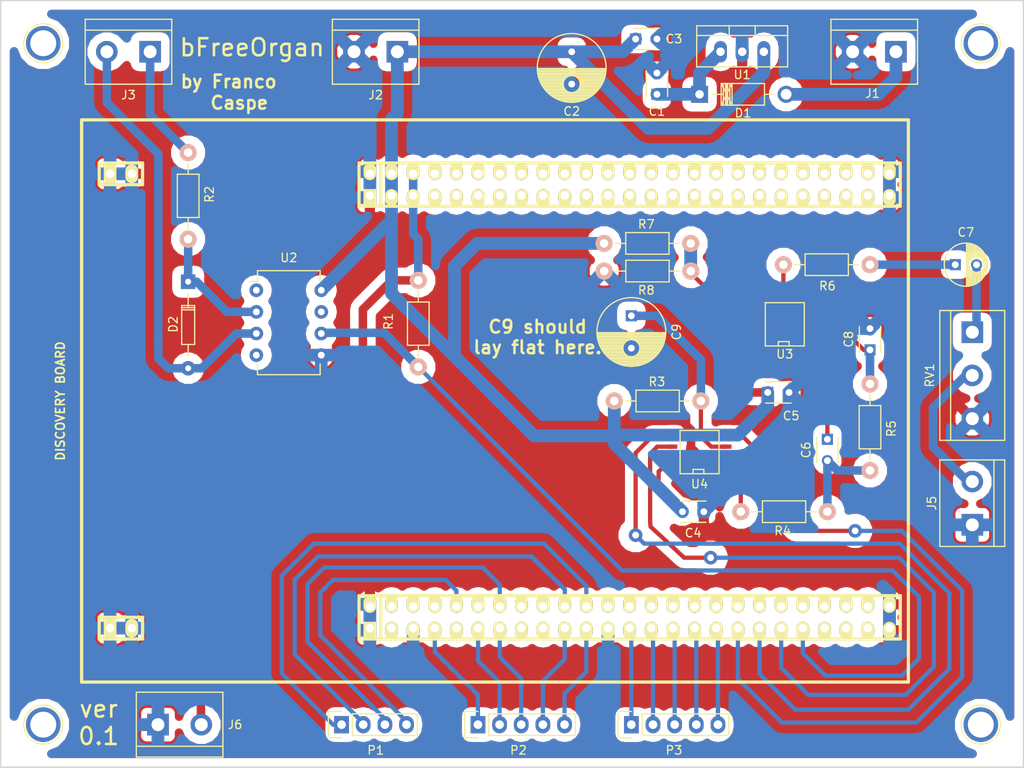
<source format=kicad_pcb>
(kicad_pcb (version 4) (host pcbnew 4.0.5+dfsg1-4)
  (layers (0 F.Cu signal) (31 B.Cu signal) (34 B.Paste user) (35 F.Paste user) (36 B.SilkS user) (37 F.SilkS user) (38 B.Mask user) (39 F.Mask user) (44 Edge.Cuts user))
  (net 0 "")
  (net 1 "Net-(C1-Pad1)")
  (net 2 GND)
  (net 3 +5V)
  (net 4 "Net-(C6-Pad1)")
  (net 5 "Net-(C6-Pad2)")
  (net 6 "Net-(C7-Pad1)")
  (net 7 "Net-(C7-Pad2)")
  (net 8 "Net-(C8-Pad1)")
  (net 9 "Net-(C9-Pad1)")
  (net 10 "Net-(D1-Pad2)")
  (net 11 "Net-(D2-Pad2)")
  (net 12 "Net-(D2-Pad1)")
  (net 13 "Net-(J3-Pad1)")
  (net 14 "Net-(J5-Pad2)")
  (net 15 +3V)
  (net 16 "Net-(JDISCOVERY1-Pad53)")
  (net 17 "Net-(JDISCOVERY1-Pad55)")
  (net 18 "Net-(JDISCOVERY1-Pad57)")
  (net 19 "Net-(JDISCOVERY1-Pad59)")
  (net 20 "Net-(JDISCOVERY1-Pad61)")
  (net 21 "Net-(JDISCOVERY1-Pad63)")
  (net 22 "Net-(JDISCOVERY1-Pad65)")
  (net 23 "Net-(JDISCOVERY1-Pad67)")
  (net 24 "Net-(JDISCOVERY1-Pad69)")
  (net 25 "Net-(JDISCOVERY1-Pad71)")
  (net 26 "Net-(JDISCOVERY1-Pad73)")
  (net 27 "Net-(JDISCOVERY1-Pad75)")
  (net 28 "Net-(JDISCOVERY1-Pad77)")
  (net 29 "Net-(JDISCOVERY1-Pad79)")
  (net 30 "Net-(JDISCOVERY1-Pad81)")
  (net 31 "Net-(JDISCOVERY1-Pad83)")
  (net 32 "Net-(JDISCOVERY1-Pad85)")
  (net 33 "Net-(JDISCOVERY1-Pad87)")
  (net 34 "Net-(JDISCOVERY1-Pad89)")
  (net 35 "Net-(JDISCOVERY1-Pad91)")
  (net 36 "Net-(JDISCOVERY1-Pad93)")
  (net 37 "Net-(JDISCOVERY1-Pad94)")
  (net 38 "Net-(JDISCOVERY1-Pad92)")
  (net 39 "Net-(JDISCOVERY1-Pad90)")
  (net 40 "Net-(JDISCOVERY1-Pad88)")
  (net 41 "Net-(JDISCOVERY1-Pad86)")
  (net 42 "Net-(JDISCOVERY1-Pad84)")
  (net 43 "Net-(JDISCOVERY1-Pad82)")
  (net 44 "Net-(JDISCOVERY1-Pad80)")
  (net 45 "Net-(JDISCOVERY1-Pad78)")
  (net 46 "Net-(JDISCOVERY1-Pad76)")
  (net 47 "Net-(JDISCOVERY1-Pad74)")
  (net 48 "Net-(JDISCOVERY1-Pad72)")
  (net 49 "Net-(JDISCOVERY1-Pad70)")
  (net 50 "Net-(JDISCOVERY1-Pad68)")
  (net 51 "Net-(JDISCOVERY1-Pad66)")
  (net 52 "Net-(JDISCOVERY1-Pad64)")
  (net 53 "Net-(JDISCOVERY1-Pad62)")
  (net 54 "Net-(JDISCOVERY1-Pad60)")
  (net 55 "Net-(JDISCOVERY1-Pad58)")
  (net 56 "Net-(JDISCOVERY1-Pad56)")
  (net 57 "Net-(JDISCOVERY1-Pad54)")
  (net 58 "Net-(JDISCOVERY1-Pad48)")
  (net 59 "Net-(JDISCOVERY1-Pad46)")
  (net 60 "Net-(JDISCOVERY1-Pad44)")
  (net 61 "Net-(JDISCOVERY1-Pad42)")
  (net 62 "Net-(JDISCOVERY1-Pad40)")
  (net 63 "Net-(JDISCOVERY1-Pad38)")
  (net 64 "Net-(JDISCOVERY1-Pad36)")
  (net 65 "Net-(JDISCOVERY1-Pad34)")
  (net 66 "Net-(JDISCOVERY1-Pad32)")
  (net 67 "Net-(JDISCOVERY1-Pad30)")
  (net 68 "Net-(JDISCOVERY1-Pad28)")
  (net 69 "Net-(JDISCOVERY1-Pad26)")
  (net 70 "Net-(JDISCOVERY1-Pad24)")
  (net 71 /D16-PB0)
  (net 72 /DX-PC4)
  (net 73 "Net-(JDISCOVERY1-Pad18)")
  (net 74 "Net-(JDISCOVERY1-Pad16)")
  (net 75 /D5_1/3-PA2)
  (net 76 "Net-(JDISCOVERY1-Pad12)")
  (net 77 /D4-PC2)
  (net 78 "Net-(JDISCOVERY1-Pad8)")
  (net 79 "Net-(JDISCOVERY1-Pad6)")
  (net 80 "Net-(JDISCOVERY1-Pad4)")
  (net 81 "Net-(JDISCOVERY1-Pad3)")
  (net 82 /D2_2/3-PC1)
  (net 83 "Net-(JDISCOVERY1-Pad9)")
  (net 84 /D1_3/5-PA1)
  (net 85 /D1_1/3-PA3)
  (net 86 "Net-(JDISCOVERY1-Pad15)")
  (net 87 "Net-(JDISCOVERY1-Pad17)")
  (net 88 /DX-PC5)
  (net 89 /D1-PB1)
  (net 90 /REMOTE1)
  (net 91 /REMOTE2)
  (net 92 /REMOTE3)
  (net 93 /REMOTE4)
  (net 94 /REMOTE5)
  (net 95 /SPI_NSS)
  (net 96 /SPI_CLK)
  (net 97 /SPI_MOSI)
  (net 98 /MIDI_IN)
  (net 99 "Net-(JDISCOVERY1-Pad43)")
  (net 100 "Net-(JDISCOVERY1-Pad45)")
  (net 101 "Net-(JDISCOVERY1-Pad47)")
  (net 102 "Net-(R4-Pad2)")
  (net 103 "Net-(U2-Pad7)")
  (net 104 "Net-(U3-Pad6)")
  (net 105 "Net-(R7-Pad2)")
  (module w_conn_misc:stm32f4_discovery_header (layer F.Cu) (at 143 88 180)
    (fp_text reference "DISCOVERY BOARD" (at 51 0 270) (layer F.SilkS) (effects (font (size 1.016 1.016) (thickness 0.2032))))
    (fp_text value STM32F4_Discovery_Header hide)
    (pad 51 thru_hole rect (at 45.16 26.67 180) (size 1.5 2.2) (drill 1.00076) (layers *.Cu *.Mask F.SilkS) (net 2 GND))
    (pad 52 thru_hole oval (at 42.62 26.67 180) (size 1.5 2.2) (drill 1.00076) (layers *.Cu *.Mask F.SilkS) (net 2 GND))
    (pad 51 thru_hole oval (at -46.28 24.13 180) (size 1.5 2) (drill 0.99822 (offset 0 -0.25)) (layers *.Cu *.Mask F.SilkS) (net 2 GND))
    (pad 53 thru_hole oval (at -43.74 24.13 180) (size 1.5 2) (drill 0.99822 (offset 0 -0.25)) (layers *.Cu *.Mask F.SilkS) (net 16 "Net-(JDISCOVERY1-Pad53)"))
    (pad 55 thru_hole oval (at -41.2 24.13 180) (size 1.5 2) (drill 0.99822 (offset 0 -0.25)) (layers *.Cu *.Mask F.SilkS) (net 17 "Net-(JDISCOVERY1-Pad55)"))
    (pad 57 thru_hole oval (at -38.66 24.13 180) (size 1.5 2) (drill 0.99822 (offset 0 -0.25)) (layers *.Cu *.Mask F.SilkS) (net 18 "Net-(JDISCOVERY1-Pad57)"))
    (pad 59 thru_hole oval (at -36.12 24.13 180) (size 1.5 2) (drill 0.99822 (offset 0 -0.25)) (layers *.Cu *.Mask F.SilkS) (net 19 "Net-(JDISCOVERY1-Pad59)"))
    (pad 61 thru_hole oval (at -33.58 24.13 180) (size 1.5 2) (drill 0.99822 (offset 0 -0.25)) (layers *.Cu *.Mask F.SilkS) (net 20 "Net-(JDISCOVERY1-Pad61)"))
    (pad 63 thru_hole oval (at -31.04 24.13 180) (size 1.5 2) (drill 0.99822 (offset 0 -0.25)) (layers *.Cu *.Mask F.SilkS) (net 21 "Net-(JDISCOVERY1-Pad63)"))
    (pad 65 thru_hole oval (at -28.5 24.13 180) (size 1.5 2) (drill 0.99822 (offset 0 -0.25)) (layers *.Cu *.Mask F.SilkS) (net 22 "Net-(JDISCOVERY1-Pad65)"))
    (pad 67 thru_hole oval (at -25.96 24.13 180) (size 1.5 2) (drill 0.99822 (offset 0 -0.25)) (layers *.Cu *.Mask F.SilkS) (net 23 "Net-(JDISCOVERY1-Pad67)"))
    (pad 69 thru_hole oval (at -23.42 24.13 180) (size 1.5 2) (drill 0.99822 (offset 0 -0.25)) (layers *.Cu *.Mask F.SilkS) (net 24 "Net-(JDISCOVERY1-Pad69)"))
    (pad 71 thru_hole oval (at -20.88 24.13 180) (size 1.5 2) (drill 0.99822 (offset 0 -0.25)) (layers *.Cu *.Mask F.SilkS) (net 25 "Net-(JDISCOVERY1-Pad71)"))
    (pad 73 thru_hole oval (at -18.34 24.13 180) (size 1.5 2) (drill 0.99822 (offset 0 -0.25)) (layers *.Cu *.Mask F.SilkS) (net 26 "Net-(JDISCOVERY1-Pad73)"))
    (pad 75 thru_hole oval (at -15.8 24.13 180) (size 1.5 2) (drill 0.99822 (offset 0 -0.25)) (layers *.Cu *.Mask F.SilkS) (net 27 "Net-(JDISCOVERY1-Pad75)"))
    (pad 77 thru_hole oval (at -13.26 24.13 180) (size 1.5 2) (drill 0.99822 (offset 0 -0.25)) (layers *.Cu *.Mask F.SilkS) (net 28 "Net-(JDISCOVERY1-Pad77)"))
    (pad 79 thru_hole oval (at -10.72 24.13 180) (size 1.5 2) (drill 0.99822 (offset 0 -0.25)) (layers *.Cu *.Mask F.SilkS) (net 29 "Net-(JDISCOVERY1-Pad79)"))
    (pad 81 thru_hole oval (at -8.18 24.13 180) (size 1.5 2) (drill 0.99822 (offset 0 -0.25)) (layers *.Cu *.Mask F.SilkS) (net 30 "Net-(JDISCOVERY1-Pad81)"))
    (pad 83 thru_hole oval (at -5.64 24.13 180) (size 1.5 2) (drill 0.99822 (offset 0 -0.25)) (layers *.Cu *.Mask F.SilkS) (net 31 "Net-(JDISCOVERY1-Pad83)"))
    (pad 85 thru_hole oval (at -3.1 24.13 180) (size 1.5 2) (drill 0.99822 (offset 0 -0.25)) (layers *.Cu *.Mask F.SilkS) (net 32 "Net-(JDISCOVERY1-Pad85)"))
    (pad 87 thru_hole oval (at -0.56 24.13 180) (size 1.5 2) (drill 0.99822 (offset 0 -0.25)) (layers *.Cu *.Mask F.SilkS) (net 33 "Net-(JDISCOVERY1-Pad87)"))
    (pad 89 thru_hole oval (at 1.98 24.13 180) (size 1.5 2) (drill 0.99822 (offset 0 -0.25)) (layers *.Cu *.Mask F.SilkS) (net 34 "Net-(JDISCOVERY1-Pad89)"))
    (pad 91 thru_hole oval (at 4.52 24.13 180) (size 1.5 2) (drill 0.99822 (offset 0 -0.25)) (layers *.Cu *.Mask F.SilkS) (net 35 "Net-(JDISCOVERY1-Pad91)"))
    (pad 93 thru_hole oval (at 7.06 24.13 180) (size 1.5 2) (drill 0.99822 (offset 0 -0.25)) (layers *.Cu *.Mask F.SilkS) (net 36 "Net-(JDISCOVERY1-Pad93)"))
    (pad 95 thru_hole oval (at 9.6 24.13 180) (size 1.5 2) (drill 0.99822 (offset 0 -0.25)) (layers *.Cu *.Mask F.SilkS) (net 15 +3V))
    (pad 97 thru_hole oval (at 12.14 24.13 180) (size 1.5 2) (drill 0.99822 (offset 0 -0.25)) (layers *.Cu *.Mask F.SilkS) (net 3 +5V))
    (pad 99 thru_hole rect (at 14.68 24.13 180) (size 1.5 2) (drill 1.00076 (offset 0 -0.25)) (layers *.Cu *.Mask F.SilkS) (net 2 GND))
    (pad 100 thru_hole oval (at 14.68 26.67 180) (size 1.5 2) (drill 1.00076 (offset 0 0.25)) (layers *.Cu *.Mask F.SilkS) (net 2 GND))
    (pad 98 thru_hole oval (at 12.14 26.67 180) (size 1.5 2) (drill 1.00076 (offset 0 0.25)) (layers *.Cu *.Mask F.SilkS) (net 3 +5V))
    (pad 96 thru_hole oval (at 9.6 26.67 180) (size 1.5 2) (drill 1.00076 (offset 0 0.25)) (layers *.Cu *.Mask F.SilkS) (net 15 +3V))
    (pad 94 thru_hole oval (at 7.06 26.67 180) (size 1.5 2) (drill 1.00076 (offset 0 0.25)) (layers *.Cu *.Mask F.SilkS) (net 37 "Net-(JDISCOVERY1-Pad94)"))
    (pad 92 thru_hole oval (at 4.52 26.67 180) (size 1.5 2) (drill 1.00076 (offset 0 0.25)) (layers *.Cu *.Mask F.SilkS) (net 38 "Net-(JDISCOVERY1-Pad92)"))
    (pad 90 thru_hole oval (at 1.98 26.67 180) (size 1.5 2) (drill 1.00076 (offset 0 0.25)) (layers *.Cu *.Mask F.SilkS) (net 39 "Net-(JDISCOVERY1-Pad90)"))
    (pad 88 thru_hole oval (at -0.56 26.67 180) (size 1.5 2) (drill 1.00076 (offset 0 0.25)) (layers *.Cu *.Mask F.SilkS) (net 40 "Net-(JDISCOVERY1-Pad88)"))
    (pad 86 thru_hole oval (at -3.1 26.67 180) (size 1.5 2) (drill 1.00076 (offset 0 0.25)) (layers *.Cu *.Mask F.SilkS) (net 41 "Net-(JDISCOVERY1-Pad86)"))
    (pad 84 thru_hole oval (at -5.64 26.67 180) (size 1.5 2) (drill 1.00076 (offset 0 0.25)) (layers *.Cu *.Mask F.SilkS) (net 42 "Net-(JDISCOVERY1-Pad84)"))
    (pad 82 thru_hole oval (at -8.18 26.67 180) (size 1.5 2) (drill 1.00076 (offset 0 0.25)) (layers *.Cu *.Mask F.SilkS) (net 43 "Net-(JDISCOVERY1-Pad82)"))
    (pad 80 thru_hole oval (at -10.72 26.67 180) (size 1.5 2) (drill 1.00076 (offset 0 0.25)) (layers *.Cu *.Mask F.SilkS) (net 44 "Net-(JDISCOVERY1-Pad80)"))
    (pad 78 thru_hole oval (at -13.26 26.67 180) (size 1.5 2) (drill 1.00076 (offset 0 0.25)) (layers *.Cu *.Mask F.SilkS) (net 45 "Net-(JDISCOVERY1-Pad78)"))
    (pad 76 thru_hole oval (at -15.8 26.67 180) (size 1.5 2) (drill 1.00076 (offset 0 0.25)) (layers *.Cu *.Mask F.SilkS) (net 46 "Net-(JDISCOVERY1-Pad76)"))
    (pad 74 thru_hole oval (at -18.34 26.67 180) (size 1.5 2) (drill 1.00076 (offset 0 0.25)) (layers *.Cu *.Mask F.SilkS) (net 47 "Net-(JDISCOVERY1-Pad74)"))
    (pad 72 thru_hole oval (at -20.88 26.67 180) (size 1.5 2) (drill 1.00076 (offset 0 0.25)) (layers *.Cu *.Mask F.SilkS) (net 48 "Net-(JDISCOVERY1-Pad72)"))
    (pad 70 thru_hole oval (at -23.42 26.67 180) (size 1.5 2) (drill 1.00076 (offset 0 0.25)) (layers *.Cu *.Mask F.SilkS) (net 49 "Net-(JDISCOVERY1-Pad70)"))
    (pad 68 thru_hole oval (at -25.96 26.67 180) (size 1.5 2) (drill 1.00076 (offset 0 0.25)) (layers *.Cu *.Mask F.SilkS) (net 50 "Net-(JDISCOVERY1-Pad68)"))
    (pad 66 thru_hole oval (at -28.5 26.67 180) (size 1.5 2) (drill 1.00076 (offset 0 0.25)) (layers *.Cu *.Mask F.SilkS) (net 51 "Net-(JDISCOVERY1-Pad66)"))
    (pad 64 thru_hole oval (at -31.04 26.67 180) (size 1.5 2) (drill 1.00076 (offset 0 0.25)) (layers *.Cu *.Mask F.SilkS) (net 52 "Net-(JDISCOVERY1-Pad64)"))
    (pad 62 thru_hole oval (at -33.58 26.67 180) (size 1.5 2) (drill 1.00076 (offset 0 0.25)) (layers *.Cu *.Mask F.SilkS) (net 53 "Net-(JDISCOVERY1-Pad62)"))
    (pad 60 thru_hole oval (at -36.12 26.67 180) (size 1.5 2) (drill 1.00076 (offset 0 0.25)) (layers *.Cu *.Mask F.SilkS) (net 54 "Net-(JDISCOVERY1-Pad60)"))
    (pad 58 thru_hole oval (at -38.66 26.67 180) (size 1.5 2) (drill 1.00076 (offset 0 0.25)) (layers *.Cu *.Mask F.SilkS) (net 55 "Net-(JDISCOVERY1-Pad58)"))
    (pad 56 thru_hole oval (at -41.2 26.67 180) (size 1.5 2) (drill 1.00076 (offset 0 0.25)) (layers *.Cu *.Mask F.SilkS) (net 56 "Net-(JDISCOVERY1-Pad56)"))
    (pad 54 thru_hole oval (at -43.74 26.67 180) (size 1.5 2) (drill 1.00076 (offset 0 0.25)) (layers *.Cu *.Mask F.SilkS) (net 57 "Net-(JDISCOVERY1-Pad54)"))
    (pad 52 thru_hole oval (at -46.28 26.67 180) (size 1.5 2) (drill 1.00076 (offset 0 0.25)) (layers *.Cu *.Mask F.SilkS) (net 2 GND))
    (pad 50 thru_hole oval (at -46.28 -24.13 180) (size 1.5 2) (drill 1.00076 (offset 0 0.25)) (layers *.Cu *.Mask F.SilkS) (net 2 GND))
    (pad 48 thru_hole oval (at -43.74 -24.13 180) (size 1.5 2) (drill 1.00076 (offset 0 0.25)) (layers *.Cu *.Mask F.SilkS) (net 58 "Net-(JDISCOVERY1-Pad48)"))
    (pad 46 thru_hole oval (at -41.2 -24.13 180) (size 1.5 2) (drill 1.00076 (offset 0 0.25)) (layers *.Cu *.Mask F.SilkS) (net 59 "Net-(JDISCOVERY1-Pad46)"))
    (pad 44 thru_hole oval (at -38.66 -24.13 180) (size 1.5 2) (drill 1.00076 (offset 0 0.25)) (layers *.Cu *.Mask F.SilkS) (net 60 "Net-(JDISCOVERY1-Pad44)"))
    (pad 42 thru_hole oval (at -36.12 -24.13 180) (size 1.5 2) (drill 1.00076 (offset 0 0.25)) (layers *.Cu *.Mask F.SilkS) (net 61 "Net-(JDISCOVERY1-Pad42)"))
    (pad 40 thru_hole oval (at -33.58 -24.13 180) (size 1.5 2) (drill 1.00076 (offset 0 0.25)) (layers *.Cu *.Mask F.SilkS) (net 62 "Net-(JDISCOVERY1-Pad40)"))
    (pad 38 thru_hole oval (at -31.04 -24.13 180) (size 1.5 2) (drill 1.00076 (offset 0 0.25)) (layers *.Cu *.Mask F.SilkS) (net 63 "Net-(JDISCOVERY1-Pad38)"))
    (pad 36 thru_hole oval (at -28.5 -24.13 180) (size 1.5 2) (drill 1.00076 (offset 0 0.25)) (layers *.Cu *.Mask F.SilkS) (net 64 "Net-(JDISCOVERY1-Pad36)"))
    (pad 34 thru_hole oval (at -25.96 -24.13 180) (size 1.5 2) (drill 1.00076 (offset 0 0.25)) (layers *.Cu *.Mask F.SilkS) (net 65 "Net-(JDISCOVERY1-Pad34)"))
    (pad 32 thru_hole oval (at -23.42 -24.13 180) (size 1.5 2) (drill 1.00076 (offset 0 0.25)) (layers *.Cu *.Mask F.SilkS) (net 66 "Net-(JDISCOVERY1-Pad32)"))
    (pad 30 thru_hole oval (at -20.88 -24.13 180) (size 1.5 2) (drill 1.00076 (offset 0 0.25)) (layers *.Cu *.Mask F.SilkS) (net 67 "Net-(JDISCOVERY1-Pad30)"))
    (pad 28 thru_hole oval (at -18.34 -24.13 180) (size 1.5 2) (drill 1.00076 (offset 0 0.25)) (layers *.Cu *.Mask F.SilkS) (net 68 "Net-(JDISCOVERY1-Pad28)"))
    (pad 26 thru_hole oval (at -15.8 -24.13 180) (size 1.5 2) (drill 1.00076 (offset 0 0.25)) (layers *.Cu *.Mask F.SilkS) (net 69 "Net-(JDISCOVERY1-Pad26)"))
    (pad 24 thru_hole oval (at -13.26 -24.13 180) (size 1.5 2) (drill 1.00076 (offset 0 0.25)) (layers *.Cu *.Mask F.SilkS) (net 70 "Net-(JDISCOVERY1-Pad24)"))
    (pad 22 thru_hole oval (at -10.72 -24.13 180) (size 1.5 2) (drill 1.00076 (offset 0 0.25)) (layers *.Cu *.Mask F.SilkS) (net 71 /D16-PB0))
    (pad 20 thru_hole oval (at -8.18 -24.13 180) (size 1.5 2) (drill 1.00076 (offset 0 0.25)) (layers *.Cu *.Mask F.SilkS) (net 72 /DX-PC4))
    (pad 18 thru_hole oval (at -5.64 -24.13 180) (size 1.5 2) (drill 1.00076 (offset 0 0.25)) (layers *.Cu *.Mask F.SilkS) (net 73 "Net-(JDISCOVERY1-Pad18)"))
    (pad 16 thru_hole oval (at -3.1 -24.13 180) (size 1.5 2) (drill 1.00076 (offset 0 0.25)) (layers *.Cu *.Mask F.SilkS) (net 74 "Net-(JDISCOVERY1-Pad16)"))
    (pad 14 thru_hole oval (at -0.56 -24.13 180) (size 1.5 2) (drill 1.00076 (offset 0 0.25)) (layers *.Cu *.Mask F.SilkS) (net 75 /D5_1/3-PA2))
    (pad 12 thru_hole oval (at 1.98 -24.13 180) (size 1.5 2) (drill 1.00076 (offset 0 0.25)) (layers *.Cu *.Mask F.SilkS) (net 76 "Net-(JDISCOVERY1-Pad12)"))
    (pad 10 thru_hole oval (at 4.52 -24.13 180) (size 1.5 2) (drill 1.00076 (offset 0 0.25)) (layers *.Cu *.Mask F.SilkS) (net 77 /D4-PC2))
    (pad 8 thru_hole oval (at 7.06 -24.13 180) (size 1.5 2) (drill 1.00076 (offset 0 0.25)) (layers *.Cu *.Mask F.SilkS) (net 78 "Net-(JDISCOVERY1-Pad8)"))
    (pad 6 thru_hole oval (at 9.6 -24.13 180) (size 1.5 2) (drill 1.00076 (offset 0 0.25)) (layers *.Cu *.Mask F.SilkS) (net 79 "Net-(JDISCOVERY1-Pad6)"))
    (pad 4 thru_hole oval (at 12.14 -24.13 180) (size 1.5 2) (drill 1.00076 (offset 0 0.25)) (layers *.Cu *.Mask F.SilkS) (net 80 "Net-(JDISCOVERY1-Pad4)"))
    (pad 2 thru_hole oval (at 14.68 -24.13 180) (size 1.5 2) (drill 1.00076 (offset 0 0.25)) (layers *.Cu *.Mask F.SilkS) (net 2 GND))
    (pad 1 thru_hole rect (at 14.68 -26.67 180) (size 1.5 2) (drill 1.00076 (offset 0 -0.25)) (layers *.Cu *.Mask F.SilkS) (net 2 GND))
    (pad 3 thru_hole oval (at 12.14 -26.67 180) (size 1.5 2) (drill 0.99822 (offset 0 -0.25)) (layers *.Cu *.Mask F.SilkS) (net 81 "Net-(JDISCOVERY1-Pad3)"))
    (pad 5 thru_hole oval (at 9.6 -26.67 180) (size 1.5 2) (drill 0.99822 (offset 0 -0.25)) (layers *.Cu *.Mask F.SilkS) (net 2 GND))
    (pad 7 thru_hole oval (at 7.06 -26.67 180) (size 1.5 2) (drill 0.99822 (offset 0 -0.25)) (layers *.Cu *.Mask F.SilkS) (net 82 /D2_2/3-PC1))
    (pad 9 thru_hole oval (at 4.52 -26.67 180) (size 1.5 2) (drill 0.99822 (offset 0 -0.25)) (layers *.Cu *.Mask F.SilkS) (net 83 "Net-(JDISCOVERY1-Pad9)"))
    (pad 11 thru_hole oval (at 1.98 -26.67 180) (size 1.5 2) (drill 0.99822 (offset 0 -0.25)) (layers *.Cu *.Mask F.SilkS) (net 84 /D1_3/5-PA1))
    (pad 13 thru_hole oval (at -0.56 -26.67 180) (size 1.5 2) (drill 0.99822 (offset 0 -0.25)) (layers *.Cu *.Mask F.SilkS) (net 85 /D1_1/3-PA3))
    (pad 15 thru_hole oval (at -3.1 -26.67 180) (size 1.5 2) (drill 0.99822 (offset 0 -0.25)) (layers *.Cu *.Mask F.SilkS) (net 86 "Net-(JDISCOVERY1-Pad15)"))
    (pad 17 thru_hole oval (at -5.64 -26.67 180) (size 1.5 2) (drill 0.99822 (offset 0 -0.25)) (layers *.Cu *.Mask F.SilkS) (net 87 "Net-(JDISCOVERY1-Pad17)"))
    (pad 19 thru_hole oval (at -8.18 -26.67 180) (size 1.5 2) (drill 0.99822 (offset 0 -0.25)) (layers *.Cu *.Mask F.SilkS) (net 88 /DX-PC5))
    (pad 21 thru_hole oval (at -10.72 -26.67 180) (size 1.5 2) (drill 0.99822 (offset 0 -0.25)) (layers *.Cu *.Mask F.SilkS) (net 89 /D1-PB1))
    (pad 23 thru_hole oval (at -13.26 -26.67 180) (size 1.5 2) (drill 0.99822 (offset 0 -0.25)) (layers *.Cu *.Mask F.SilkS) (net 2 GND))
    (pad 25 thru_hole oval (at -15.8 -26.67 180) (size 1.5 2) (drill 0.99822 (offset 0 -0.25)) (layers *.Cu *.Mask F.SilkS) (net 90 /REMOTE1))
    (pad 27 thru_hole oval (at -18.34 -26.67 180) (size 1.5 2) (drill 0.99822 (offset 0 -0.25)) (layers *.Cu *.Mask F.SilkS) (net 91 /REMOTE2))
    (pad 29 thru_hole oval (at -20.88 -26.67 180) (size 1.5 2) (drill 0.99822 (offset 0 -0.25)) (layers *.Cu *.Mask F.SilkS) (net 92 /REMOTE3))
    (pad 31 thru_hole oval (at -23.42 -26.67 180) (size 1.5 2) (drill 0.99822 (offset 0 -0.25)) (layers *.Cu *.Mask F.SilkS) (net 93 /REMOTE4))
    (pad 33 thru_hole oval (at -25.96 -26.67 180) (size 1.5 2) (drill 0.99822 (offset 0 -0.25)) (layers *.Cu *.Mask F.SilkS) (net 94 /REMOTE5))
    (pad 35 thru_hole oval (at -28.5 -26.67 180) (size 1.5 2) (drill 0.99822 (offset 0 -0.25)) (layers *.Cu *.Mask F.SilkS) (net 95 /SPI_NSS))
    (pad 37 thru_hole oval (at -31.04 -26.67 180) (size 1.5 2) (drill 0.99822 (offset 0 -0.25)) (layers *.Cu *.Mask F.SilkS) (net 96 /SPI_CLK))
    (pad 39 thru_hole oval (at -33.58 -26.67 180) (size 1.5 2) (drill 0.99822 (offset 0 -0.25)) (layers *.Cu *.Mask F.SilkS) (net 97 /SPI_MOSI))
    (pad 41 thru_hole oval (at -36.12 -26.67 180) (size 1.5 2) (drill 0.99822 (offset 0 -0.25)) (layers *.Cu *.Mask F.SilkS) (net 98 /MIDI_IN))
    (pad 43 thru_hole oval (at -38.66 -26.67 180) (size 1.5 2) (drill 0.99822 (offset 0 -0.25)) (layers *.Cu *.Mask F.SilkS) (net 99 "Net-(JDISCOVERY1-Pad43)"))
    (pad 45 thru_hole oval (at -41.2 -26.67 180) (size 1.5 2) (drill 0.99822 (offset 0 -0.25)) (layers *.Cu *.Mask F.SilkS) (net 100 "Net-(JDISCOVERY1-Pad45)"))
    (pad 47 thru_hole oval (at -43.74 -26.67 180) (size 1.5 2) (drill 0.99822 (offset 0 -0.25)) (layers *.Cu *.Mask F.SilkS) (net 101 "Net-(JDISCOVERY1-Pad47)"))
    (pad 49 thru_hole oval (at -46.28 -26.67 180) (size 1.5 2) (drill 0.99822 (offset 0 -0.25)) (layers *.Cu *.Mask F.SilkS) (net 2 GND))
    (pad 50 thru_hole oval (at 42.62 -26.67 180) (size 1.5 2.2) (drill 1.00076) (layers *.Cu *.Mask F.SilkS) (net 2 GND))
    (pad 49 thru_hole rect (at 45.16 -26.67 180) (size 1.5 2.2) (drill 1.00076) (layers *.Cu *.Mask F.SilkS) (net 2 GND))
  )
  (module Capacitors_THT:C_Disc_D3_P2.5 (layer F.Cu) (at 187 82 90)
    (fp_text reference C8 (at 1.25 -2.5 90) (layer F.SilkS))
    (fp_text value 1nF)
    (pad 1 thru_hole rect (at 0 0 90) (size 1.3 1.3) (drill 0.8) (layers *.Cu *.Mask) (net 8 "Net-(C8-Pad1)"))
    (pad 2 thru_hole circle (at 2.5 0 90) (size 1.3 1.3) (drill 0.8001) (layers *.Cu *.Mask) (net 2 GND))
  )
  (module Capacitors_THT:C_Disc_D3_P2.5 (layer F.Cu) (at 162 52 90)
    (fp_text reference C1 (at -2 0 180) (layer F.SilkS))
    (fp_text value 330nF)
    (pad 1 thru_hole rect (at 0 0 90) (size 1.3 1.3) (drill 0.8) (layers *.Cu *.Mask) (net 1 "Net-(C1-Pad1)"))
    (pad 2 thru_hole circle (at 2.5 0 90) (size 1.3 1.3) (drill 0.8001) (layers *.Cu *.Mask) (net 2 GND))
  )
  (module Capacitors_THT:C_Radial_D8_L21_P3.8 (layer F.Cu) (at 152 47 270)
    (fp_text reference C2 (at 7 0 360) (layer F.SilkS))
    (fp_text value 220uF)
    (pad 1 thru_hole rect (at 0 0 270) (size 1.3 1.3) (drill 0.8) (layers *.Cu *.Mask) (net 3 +5V))
    (pad 2 thru_hole circle (at 3.8 0 270) (size 1.3 1.3) (drill 0.8) (layers *.Cu *.Mask) (net 2 GND))
  )
  (module Capacitors_THT:C_Disc_D3_P2.5 (layer F.Cu) (at 159.5 45.5)
    (fp_text reference C3 (at 4.5 0) (layer F.SilkS))
    (fp_text value 100nF)
    (pad 1 thru_hole rect (at 0 0) (size 1.3 1.3) (drill 0.8) (layers *.Cu *.Mask) (net 3 +5V))
    (pad 2 thru_hole circle (at 2.5 0) (size 1.3 1.3) (drill 0.8001) (layers *.Cu *.Mask) (net 2 GND))
  )
  (module Capacitors_THT:C_Disc_D3_P2.5 (layer F.Cu) (at 167.5 101 180)
    (fp_text reference C4 (at 1.25 -2.5 180) (layer F.SilkS))
    (fp_text value 100nF)
    (pad 1 thru_hole rect (at 0 0 180) (size 1.3 1.3) (drill 0.8) (layers *.Cu *.Mask) (net 2 GND))
    (pad 2 thru_hole circle (at 2.5 0 180) (size 1.3 1.3) (drill 0.8001) (layers *.Cu *.Mask) (net 3 +5V))
  )
  (module Capacitors_THT:C_Disc_D3_P2.5 (layer F.Cu) (at 175 87)
    (fp_text reference C5 (at 2.75 2.75) (layer F.SilkS))
    (fp_text value 100nF)
    (pad 1 thru_hole rect (at 0 0) (size 1.3 1.3) (drill 0.8) (layers *.Cu *.Mask) (net 3 +5V))
    (pad 2 thru_hole circle (at 2.5 0) (size 1.3 1.3) (drill 0.8001) (layers *.Cu *.Mask) (net 2 GND))
  )
  (module Capacitors_THT:C_Disc_D3_P2.5 (layer F.Cu) (at 182 92.5 270)
    (fp_text reference C6 (at 1.25 2.5 450) (layer F.SilkS))
    (fp_text value 3.3nF)
    (pad 1 thru_hole rect (at 0 0 270) (size 1.3 1.3) (drill 0.8) (layers *.Cu *.Mask) (net 4 "Net-(C6-Pad1)"))
    (pad 2 thru_hole circle (at 2.5 0 270) (size 1.3 1.3) (drill 0.8001) (layers *.Cu *.Mask) (net 5 "Net-(C6-Pad2)"))
  )
  (module Capacitors_THT:C_Radial_D5_L11_P2.5 (layer F.Cu) (at 197 72)
    (fp_text reference C7 (at 1.25 -3.8) (layer F.SilkS))
    (fp_text value 22uF)
    (pad 1 thru_hole rect (at 0 0) (size 1.3 1.3) (drill 0.8) (layers *.Cu *.Mask) (net 6 "Net-(C7-Pad1)"))
    (pad 2 thru_hole circle (at 2.5 0) (size 1.3 1.3) (drill 0.8) (layers *.Cu *.Mask) (net 7 "Net-(C7-Pad2)"))
  )
  (module Capacitors_THT:C_Radial_D8_L21_P3.8 (layer F.Cu) (at 159 78 270)
    (fp_text reference C9 (at 1.9 -5.3 270) (layer F.SilkS))
    (fp_text value 220uF)
    (pad 1 thru_hole rect (at 0 0 270) (size 1.3 1.3) (drill 0.8) (layers *.Cu *.Mask) (net 9 "Net-(C9-Pad1)"))
    (pad 2 thru_hole circle (at 3.8 0 270) (size 1.3 1.3) (drill 0.8) (layers *.Cu *.Mask) (net 2 GND))
  )
  (module Diodes_THT:Diode_DO-41_SOD81_Horizontal_RM10 (layer F.Cu) (at 167 52)
    (fp_text reference D1 (at 5.1 2.2) (layer F.SilkS))
    (fp_text value 1N4007)
    (pad 2 thru_hole circle (at 10.16 -0.00254 180) (size 1.99898 1.99898) (drill 1.27) (layers *.Cu *.Mask) (net 10 "Net-(D1-Pad2)"))
    (pad 1 thru_hole rect (at 0 -0.00254 180) (size 1.99898 1.99898) (drill 1.00076) (layers *.Cu *.Mask) (net 1 "Net-(C1-Pad1)"))
  )
  (module Diodes_THT:Diode_DO-35_SOD27_Horizontal_RM10 (layer F.Cu) (at 107 74 270)
    (fp_text reference D2 (at 5 1.75 270) (layer F.SilkS))
    (fp_text value 1N4148)
    (pad 2 thru_hole circle (at 10.16052 -0.00254 90) (size 1.69926 1.69926) (drill 0.70104) (layers *.Cu *.Mask) (net 11 "Net-(D2-Pad2)"))
    (pad 1 thru_hole rect (at 0.00052 -0.00254 90) (size 1.69926 1.69926) (drill 0.70104) (layers *.Cu *.Mask) (net 12 "Net-(D2-Pad1)"))
  )
  (module Connectors:bornier2 (layer F.Cu) (at 187.5 47 180)
    (fp_text reference J1 (at 0.2 -4.9 180) (layer F.SilkS))
    (fp_text value Screw_Terminal_1x02)
    (pad 1 thru_hole rect (at -2.54 0 180) (size 2.54 2.54) (drill 1.524) (layers *.Cu *.Mask) (net 10 "Net-(D1-Pad2)"))
    (pad 2 thru_hole circle (at 2.54 0 180) (size 2.54 2.54) (drill 1.524) (layers *.Cu *.Mask) (net 2 GND))
  )
  (module Connectors:bornier2 (layer F.Cu) (at 129 47 180)
    (fp_text reference J2 (at 0 -5.08 180) (layer F.SilkS))
    (fp_text value "5V Auxiliar")
    (pad 1 thru_hole rect (at -2.54 0 180) (size 2.54 2.54) (drill 1.524) (layers *.Cu *.Mask) (net 3 +5V))
    (pad 2 thru_hole circle (at 2.54 0 180) (size 2.54 2.54) (drill 1.524) (layers *.Cu *.Mask) (net 2 GND))
  )
  (module Connectors:bornier2 (layer F.Cu) (at 100 47 180)
    (fp_text reference J3 (at 0 -5.08 180) (layer F.SilkS))
    (fp_text value Screw_Terminal_1x02)
    (pad 1 thru_hole rect (at -2.54 0 180) (size 2.54 2.54) (drill 1.524) (layers *.Cu *.Mask) (net 13 "Net-(J3-Pad1)"))
    (pad 2 thru_hole circle (at 2.54 0 180) (size 2.54 2.54) (drill 1.524) (layers *.Cu *.Mask) (net 11 "Net-(D2-Pad2)"))
  )
  (module Connectors:bornier2 (layer F.Cu) (at 199 100 90)
    (fp_text reference J5 (at 0 -4.75 90) (layer F.SilkS))
    (fp_text value Screw_Terminal_1x02)
    (pad 1 thru_hole rect (at -2.54 0 90) (size 2.54 2.54) (drill 1.524) (layers *.Cu *.Mask) (net 2 GND))
    (pad 2 thru_hole circle (at 2.54 0 90) (size 2.54 2.54) (drill 1.524) (layers *.Cu *.Mask) (net 14 "Net-(J5-Pad2)"))
  )
  (module Connectors:bornier2 (layer F.Cu) (at 106 126)
    (fp_text reference J6 (at 6.5 0) (layer F.SilkS))
    (fp_text value "Drawbar Board +3V")
    (pad 1 thru_hole rect (at -2.54 0) (size 2.54 2.54) (drill 1.524) (layers *.Cu *.Mask) (net 2 GND))
    (pad 2 thru_hole circle (at 2.54 0) (size 2.54 2.54) (drill 1.524) (layers *.Cu *.Mask) (net 15 +3V))
  )
  (module Pin_Headers:Pin_Header_Straight_1x04 (layer F.Cu) (at 125 126 90)
    (fp_text reference P1 (at -3 4 180) (layer F.SilkS))
    (fp_text value CONN_01X04)
    (pad 1 thru_hole rect (at 0 0 90) (size 2.032 1.7272) (drill 1.016) (layers *.Cu *.Mask) (net 71 /D16-PB0))
    (pad 2 thru_hole oval (at 0 2.54 90) (size 2.032 1.7272) (drill 1.016) (layers *.Cu *.Mask) (net 72 /DX-PC4))
    (pad 3 thru_hole oval (at 0 5.08 90) (size 2.032 1.7272) (drill 1.016) (layers *.Cu *.Mask) (net 75 /D5_1/3-PA2))
    (pad 4 thru_hole oval (at 0 7.62 90) (size 2.032 1.7272) (drill 1.016) (layers *.Cu *.Mask) (net 77 /D4-PC2))
  )
  (module Pin_Headers:Pin_Header_Straight_1x05 (layer F.Cu) (at 141 126 90)
    (fp_text reference P2 (at -3 4.75 180) (layer F.SilkS))
    (fp_text value CONN_01X05)
    (pad 1 thru_hole rect (at 0 0 90) (size 2.032 1.7272) (drill 1.016) (layers *.Cu *.Mask) (net 82 /D2_2/3-PC1))
    (pad 2 thru_hole oval (at 0 2.54 90) (size 2.032 1.7272) (drill 1.016) (layers *.Cu *.Mask) (net 84 /D1_3/5-PA1))
    (pad 3 thru_hole oval (at 0 5.08 90) (size 2.032 1.7272) (drill 1.016) (layers *.Cu *.Mask) (net 85 /D1_1/3-PA3))
    (pad 4 thru_hole oval (at 0 7.62 90) (size 2.032 1.7272) (drill 1.016) (layers *.Cu *.Mask) (net 88 /DX-PC5))
    (pad 5 thru_hole oval (at 0 10.16 90) (size 2.032 1.7272) (drill 1.016) (layers *.Cu *.Mask) (net 89 /D1-PB1))
  )
  (module Pin_Headers:Pin_Header_Straight_1x05 (layer F.Cu) (at 159 126 90)
    (fp_text reference P3 (at -3 5 180) (layer F.SilkS))
    (fp_text value CONN_01X05)
    (pad 1 thru_hole rect (at 0 0 90) (size 2.032 1.7272) (drill 1.016) (layers *.Cu *.Mask) (net 90 /REMOTE1))
    (pad 2 thru_hole oval (at 0 2.54 90) (size 2.032 1.7272) (drill 1.016) (layers *.Cu *.Mask) (net 91 /REMOTE2))
    (pad 3 thru_hole oval (at 0 5.08 90) (size 2.032 1.7272) (drill 1.016) (layers *.Cu *.Mask) (net 92 /REMOTE3))
    (pad 4 thru_hole oval (at 0 7.62 90) (size 2.032 1.7272) (drill 1.016) (layers *.Cu *.Mask) (net 93 /REMOTE4))
    (pad 5 thru_hole oval (at 0 10.16 90) (size 2.032 1.7272) (drill 1.016) (layers *.Cu *.Mask) (net 94 /REMOTE5))
  )
  (module Resistors_THT:Resistor_Horizontal_RM10mm (layer F.Cu) (at 134 84 90)
    (fp_text reference R1 (at 5.32892 -3.50012 90) (layer F.SilkS))
    (fp_text value 270)
    (pad 1 thru_hole circle (at 0 0 90) (size 1.99898 1.99898) (drill 1.00076) (layers *.Cu *.SilkS *.Mask) (net 98 /MIDI_IN))
    (pad 2 thru_hole circle (at 10.16 0 90) (size 1.99898 1.99898) (drill 1.00076) (layers *.Cu *.SilkS *.Mask) (net 15 +3V))
  )
  (module Resistors_THT:Resistor_Horizontal_RM10mm (layer F.Cu) (at 107 69 90)
    (fp_text reference R2 (at 5.25 2.5 90) (layer F.SilkS))
    (fp_text value 220)
    (pad 1 thru_hole circle (at 0 0 90) (size 1.99898 1.99898) (drill 1.00076) (layers *.Cu *.SilkS *.Mask) (net 12 "Net-(D2-Pad1)"))
    (pad 2 thru_hole circle (at 10.16 0 90) (size 1.99898 1.99898) (drill 1.00076) (layers *.Cu *.SilkS *.Mask) (net 13 "Net-(J3-Pad1)"))
  )
  (module Resistors_THT:Resistor_Horizontal_RM10mm (layer F.Cu) (at 157 88)
    (fp_text reference R3 (at 5 -2.25) (layer F.SilkS))
    (fp_text value 220)
    (pad 1 thru_hole circle (at 0 0) (size 1.99898 1.99898) (drill 1.00076) (layers *.Cu *.SilkS *.Mask) (net 3 +5V))
    (pad 2 thru_hole circle (at 10.16 0) (size 1.99898 1.99898) (drill 1.00076) (layers *.Cu *.SilkS *.Mask) (net 9 "Net-(C9-Pad1)"))
  )
  (module Resistors_THT:Resistor_Horizontal_RM10mm (layer F.Cu) (at 182 101 180)
    (fp_text reference R4 (at 5.25 -2.25 180) (layer F.SilkS))
    (fp_text value 1.8k)
    (pad 1 thru_hole circle (at 0 0 180) (size 1.99898 1.99898) (drill 1.00076) (layers *.Cu *.SilkS *.Mask) (net 5 "Net-(C6-Pad2)"))
    (pad 2 thru_hole circle (at 10.16 0 180) (size 1.99898 1.99898) (drill 1.00076) (layers *.Cu *.SilkS *.Mask) (net 102 "Net-(R4-Pad2)"))
  )
  (module Resistors_THT:Resistor_Horizontal_RM10mm (layer F.Cu) (at 187 86 270)
    (fp_text reference R5 (at 5.25 -2.5 270) (layer F.SilkS))
    (fp_text value 8.2k)
    (pad 1 thru_hole circle (at 0 0 270) (size 1.99898 1.99898) (drill 1.00076) (layers *.Cu *.SilkS *.Mask) (net 8 "Net-(C8-Pad1)"))
    (pad 2 thru_hole circle (at 10.16 0 270) (size 1.99898 1.99898) (drill 1.00076) (layers *.Cu *.SilkS *.Mask) (net 5 "Net-(C6-Pad2)"))
  )
  (module Resistors_THT:Resistor_Horizontal_RM10mm (layer F.Cu) (at 187 72 180)
    (fp_text reference R6 (at 5 -2.5 180) (layer F.SilkS))
    (fp_text value 68)
    (pad 1 thru_hole circle (at 0 0 180) (size 1.99898 1.99898) (drill 1.00076) (layers *.Cu *.SilkS *.Mask) (net 6 "Net-(C7-Pad1)"))
    (pad 2 thru_hole circle (at 10.16 0 180) (size 1.99898 1.99898) (drill 1.00076) (layers *.Cu *.SilkS *.Mask) (net 4 "Net-(C6-Pad1)"))
  )
  (module Connectors:bornier3 (layer F.Cu) (at 199 85 270)
    (fp_text reference RV1 (at 0 5 270) (layer F.SilkS))
    (fp_text value 10k)
    (pad 1 thru_hole rect (at -5.08 0 270) (size 2.54 2.54) (drill 1.524) (layers *.Cu *.Mask) (net 7 "Net-(C7-Pad2)"))
    (pad 2 thru_hole circle (at 0 0 270) (size 2.54 2.54) (drill 1.524) (layers *.Cu *.Mask) (net 14 "Net-(J5-Pad2)"))
    (pad 3 thru_hole circle (at 5.08 0 270) (size 2.54 2.54) (drill 1.524) (layers *.Cu *.Mask) (net 2 GND))
  )
  (module TO_SOT_Packages_THT:TO-220_Neutral123_Vertical (layer F.Cu) (at 172 47)
    (fp_text reference U1 (at 0 2.7) (layer F.SilkS))
    (fp_text value 7805)
    (pad 2 thru_hole oval (at 0 0 90) (size 2.49936 1.50114) (drill 1.00076) (layers *.Cu *.Mask) (net 2 GND))
    (pad 1 thru_hole oval (at -2.54 0 90) (size 2.49936 1.50114) (drill 1.00076) (layers *.Cu *.Mask) (net 1 "Net-(C1-Pad1)"))
    (pad 3 thru_hole oval (at 2.54 0 90) (size 2.49936 1.50114) (drill 1.00076) (layers *.Cu *.Mask) (net 3 +5V))
  )
  (module Housings_DIP:DIP-8_W7.62mm (layer F.Cu) (at 115 75)
    (fp_text reference U2 (at 3.81 -3.81) (layer F.SilkS))
    (fp_text value 6N137)
    (pad 1 thru_hole oval (at 0 0) (size 1.6 1.6) (drill 0.8) (layers *.Cu *.Mask))
    (pad 2 thru_hole oval (at 0 2.54) (size 1.6 1.6) (drill 0.8) (layers *.Cu *.Mask) (net 12 "Net-(D2-Pad1)"))
    (pad 3 thru_hole oval (at 0 5.08) (size 1.6 1.6) (drill 0.8) (layers *.Cu *.Mask) (net 11 "Net-(D2-Pad2)"))
    (pad 4 thru_hole oval (at 0 7.62) (size 1.6 1.6) (drill 0.8) (layers *.Cu *.Mask))
    (pad 5 thru_hole oval (at 7.62 7.62) (size 1.6 1.6) (drill 0.8) (layers *.Cu *.Mask) (net 2 GND))
    (pad 6 thru_hole oval (at 7.62 5.08) (size 1.6 1.6) (drill 0.8) (layers *.Cu *.Mask) (net 98 /MIDI_IN))
    (pad 7 thru_hole oval (at 7.62 2.54) (size 1.6 1.6) (drill 0.8) (layers *.Cu *.Mask) (net 103 "Net-(U2-Pad7)"))
    (pad 8 thru_hole oval (at 7.62 0) (size 1.6 1.6) (drill 0.8) (layers *.Cu *.Mask) (net 3 +5V))
  )
  (module SMD_Packages:SOIC-8-N (layer F.Cu) (at 177 79 90)
    (fp_text reference U3 (at -3.5 0 180) (layer F.SilkS))
    (fp_text value MC33202)
    (pad 8 smd rect (at -1.905 -3.175 90) (size 0.508 1.143) (layers F.Cu F.Paste F.Mask) (net 3 +5V))
    (pad 7 smd rect (at -0.635 -3.175 90) (size 0.508 1.143) (layers F.Cu F.Paste F.Mask) (net 104 "Net-(U3-Pad6)"))
    (pad 6 smd rect (at 0.635 -3.175 90) (size 0.508 1.143) (layers F.Cu F.Paste F.Mask) (net 104 "Net-(U3-Pad6)"))
    (pad 5 smd rect (at 1.905 -3.175 90) (size 0.508 1.143) (layers F.Cu F.Paste F.Mask) (net 105 "Net-(R7-Pad2)"))
    (pad 4 smd rect (at 1.905 3.175 90) (size 0.508 1.143) (layers F.Cu F.Paste F.Mask) (net 2 GND))
    (pad 3 smd rect (at 0.635 3.175 90) (size 0.508 1.143) (layers F.Cu F.Paste F.Mask) (net 8 "Net-(C8-Pad1)"))
    (pad 2 smd rect (at -0.635 3.175 90) (size 0.508 1.143) (layers F.Cu F.Paste F.Mask) (net 4 "Net-(C6-Pad1)"))
    (pad 1 smd rect (at -1.905 3.175 90) (size 0.508 1.143) (layers F.Cu F.Paste F.Mask) (net 4 "Net-(C6-Pad1)"))
  )
  (module SMD_Packages:SOIC-8-N (layer F.Cu) (at 167 94 90)
    (fp_text reference U4 (at -3.75 0 180) (layer F.SilkS))
    (fp_text value MAX5541)
    (pad 8 smd rect (at -1.905 -3.175 90) (size 0.508 1.143) (layers F.Cu F.Paste F.Mask) (net 3 +5V))
    (pad 7 smd rect (at -0.635 -3.175 90) (size 0.508 1.143) (layers F.Cu F.Paste F.Mask) (net 2 GND))
    (pad 6 smd rect (at 0.635 -3.175 90) (size 0.508 1.143) (layers F.Cu F.Paste F.Mask) (net 97 /SPI_MOSI))
    (pad 5 smd rect (at 1.905 -3.175 90) (size 0.508 1.143) (layers F.Cu F.Paste F.Mask) (net 96 /SPI_CLK))
    (pad 4 smd rect (at 1.905 3.175 90) (size 0.508 1.143) (layers F.Cu F.Paste F.Mask) (net 95 /SPI_NSS))
    (pad 3 smd rect (at 0.635 3.175 90) (size 0.508 1.143) (layers F.Cu F.Paste F.Mask) (net 9 "Net-(C9-Pad1)"))
    (pad 2 smd rect (at -0.635 3.175 90) (size 0.508 1.143) (layers F.Cu F.Paste F.Mask) (net 2 GND))
    (pad 1 smd rect (at -1.905 3.175 90) (size 0.508 1.143) (layers F.Cu F.Paste F.Mask) (net 102 "Net-(R4-Pad2)"))
  )
  (module Connectors:1pin (layer F.Cu) (at 90 46)
    (fp_text reference "" (at 0 -3.048) (layer F.SilkS))
    (fp_text value 1pin)
    (pad 1 thru_hole circle (at 0 0) (size 4.064 4.064) (drill 3.048) (layers *.Cu *.Mask))
  )
  (module Connectors:1pin (layer F.Cu) (at 90 126)
    (fp_text reference "" (at 0 -4) (layer F.SilkS))
    (fp_text value 1pin)
    (pad 1 thru_hole circle (at 0 0) (size 4.064 4.064) (drill 3.048) (layers *.Cu *.Mask))
  )
  (module Connectors:1pin (layer F.Cu) (at 200 126)
    (fp_text reference "" (at 0 -3.048) (layer F.SilkS))
    (fp_text value 1pin)
    (pad 1 thru_hole circle (at 0 0) (size 4.064 4.064) (drill 3.048) (layers *.Cu *.Mask))
  )
  (module Connectors:1pin (layer F.Cu) (at 200 46)
    (fp_text reference "" (at 0 -3.048) (layer F.SilkS))
    (fp_text value 1pin)
    (pad 1 thru_hole circle (at 0 0) (size 4.064 4.064) (drill 3.048) (layers *.Cu *.Mask))
  )
  (module Resistors_THT:Resistor_Horizontal_RM10mm (layer F.Cu) (at 155.8 69.5)
    (fp_text reference R7 (at 4.95 -2.25) (layer F.SilkS))
    (fp_text value 270)
    (pad 1 thru_hole circle (at 0 0) (size 1.99898 1.99898) (drill 1.00076) (layers *.Cu *.SilkS *.Mask) (net 3 +5V))
    (pad 2 thru_hole circle (at 10.16 0) (size 1.99898 1.99898) (drill 1.00076) (layers *.Cu *.SilkS *.Mask) (net 105 "Net-(R7-Pad2)"))
  )
  (module Resistors_THT:Resistor_Horizontal_RM10mm (layer F.Cu) (at 165.975 72.75 180)
    (fp_text reference R8 (at 5.225 -2.25 180) (layer F.SilkS))
    (fp_text value 270)
    (pad 1 thru_hole circle (at 0 0 180) (size 1.99898 1.99898) (drill 1.00076) (layers *.Cu *.SilkS *.Mask) (net 105 "Net-(R7-Pad2)"))
    (pad 2 thru_hole circle (at 10.16 0 180) (size 1.99898 1.99898) (drill 1.00076) (layers *.Cu *.SilkS *.Mask) (net 2 GND))
  )
  (gr_text "ver\n0.1" (at 96.5 125.75) (layer F.SilkS) (effects (font (size 2 2) (thickness 0.3))))
  (gr_text Caspe (at 113 53) (layer F.SilkS) (effects (font (size 1.5 1.5) (thickness 0.3))))
  (gr_text "by Franco" (at 111.75 50.5) (layer F.SilkS) (effects (font (size 1.5 1.5) (thickness 0.3))))
  (gr_text "C9 should\nlay flat here." (at 148 80.5) (layer F.SilkS) (effects (font (size 1.5 1.5) (thickness 0.3))))
  (gr_text bFreeOrgan (at 114.5 46.5) (layer F.SilkS) (effects (font (size 2 2) (thickness 0.3))))
  (gr_line (start 85 131) (end 85 41) (angle 90) (layer Edge.Cuts) (width 0.15))
  (gr_line (start 205 131) (end 85 131) (angle 90) (layer Edge.Cuts) (width 0.15))
  (gr_line (start 205 41) (end 205 131) (angle 90) (layer Edge.Cuts) (width 0.15))
  (gr_line (start 85 41) (end 205 41) (angle 90) (layer Edge.Cuts) (width 0.15))
  (segment (start 167 51.99746) (end 162.00254 51.99746) (width 1.5) (layer B.Cu) (net 1))
  (segment (start 162.00254 51.99746) (end 162 52) (width 1.5) (layer B.Cu) (net 1))
  (segment (start 169.46 47) (end 169.46 47.04) (width 1.5) (layer B.Cu) (net 1))
  (segment (start 169.46 47.04) (end 167 49.5) (width 1.5) (layer B.Cu) (net 1))
  (segment (start 167 49.5) (end 167 51.99746) (width 1.5) (layer B.Cu) (net 1))
  (segment (start 189.28 114.67) (end 189.28 115.53) (width 1.5) (layer B.Cu) (net 2))
  (segment (start 189.28 115.53) (end 190.25 116.5) (width 1.5) (layer B.Cu) (net 2))
  (segment (start 189.28 112.13) (end 189.28 110.53) (width 1.5) (layer B.Cu) (net 2))
  (segment (start 189.28 110.53) (end 188.5 109.75) (width 1.5) (layer B.Cu) (net 2))
  (segment (start 189.28 112.13) (end 189.28 114.67) (width 1.5) (layer B.Cu) (net 2))
  (segment (start 159 81.8) (end 159 84.4) (width 1) (layer F.Cu) (net 2))
  (segment (start 166 91.4) (end 166 94.635) (width 1) (layer F.Cu) (net 2))
  (segment (start 159.2 84.6) (end 166 91.4) (width 1) (layer F.Cu) (net 2))
  (segment (start 159 84.4) (end 159.2 84.6) (width 1) (layer F.Cu) (net 2))
  (segment (start 177.5 87) (end 177.5 91) (width 1.5) (layer B.Cu) (net 2))
  (segment (start 177.5 91) (end 167.5 101) (width 1.5) (layer B.Cu) (net 2))
  (segment (start 185 79.5) (end 177.5 87) (width 1.5) (layer B.Cu) (net 2))
  (segment (start 187 79.5) (end 185 79.5) (width 1.5) (layer B.Cu) (net 2))
  (segment (start 180.175 77.095) (end 184.595 77.095) (width 0.5) (layer F.Cu) (net 2))
  (segment (start 184.595 77.095) (end 187 79.5) (width 0.5) (layer F.Cu) (net 2))
  (segment (start 167.6 94.635) (end 167.6 100.9) (width 1) (layer F.Cu) (net 2))
  (segment (start 167.6 100.9) (end 167.5 101) (width 0.5) (layer F.Cu) (net 2))
  (segment (start 170.175 94.635) (end 167.6 94.635) (width 1) (layer F.Cu) (net 2))
  (segment (start 167.6 94.635) (end 166 94.635) (width 1) (layer F.Cu) (net 2))
  (segment (start 166 94.635) (end 163.825 94.635) (width 1) (layer F.Cu) (net 2))
  (segment (start 155.8 69.5) (end 140.9 69.5) (width 1.5) (layer B.Cu) (net 3))
  (segment (start 140.9 69.5) (end 138.25 72.15) (width 1.5) (layer B.Cu) (net 3))
  (segment (start 138.25 72.15) (end 138.25 82.75) (width 1.5) (layer B.Cu) (net 3))
  (segment (start 143.5 88) (end 146.8 91.3) (width 1.5) (layer B.Cu) (net 3))
  (segment (start 146.8 91.3) (end 147.6 92.1) (width 1.5) (layer B.Cu) (net 3))
  (segment (start 147.6 92.1) (end 156.9 92.1) (width 1.5) (layer B.Cu) (net 3))
  (segment (start 156.9 92.1) (end 157 92) (width 1.5) (layer B.Cu) (net 3))
  (segment (start 138.25 82.75) (end 143.5 88) (width 1.5) (layer B.Cu) (net 3))
  (segment (start 136.35 80.85) (end 138.25 82.75) (width 1.5) (layer B.Cu) (net 3))
  (segment (start 130.86 75.36) (end 136.35 80.85) (width 1.5) (layer B.Cu) (net 3))
  (segment (start 130.86 66.5) (end 130.86 75.36) (width 1.5) (layer B.Cu) (net 3))
  (segment (start 131.54 47) (end 131.54 54.21) (width 1.5) (layer B.Cu) (net 3))
  (segment (start 130.86 54.89) (end 130.86 61.33) (width 1.5) (layer B.Cu) (net 3))
  (segment (start 131.54 54.21) (end 130.86 54.89) (width 1.5) (layer B.Cu) (net 3))
  (segment (start 131.54 47) (end 152 47) (width 1.5) (layer B.Cu) (net 3))
  (segment (start 152 47) (end 158 47) (width 1.5) (layer B.Cu) (net 3))
  (segment (start 158 47) (end 159.5 45.5) (width 1.5) (layer B.Cu) (net 3))
  (segment (start 174.54 47) (end 174.54 49.46) (width 1.5) (layer B.Cu) (net 3))
  (segment (start 161 56) (end 152 47) (width 1.5) (layer B.Cu) (net 3))
  (segment (start 168 56) (end 161 56) (width 1.5) (layer B.Cu) (net 3))
  (segment (start 174.54 49.46) (end 168 56) (width 1.5) (layer B.Cu) (net 3))
  (segment (start 173.825 80.905) (end 172.095 80.905) (width 1) (layer F.Cu) (net 3))
  (segment (start 173 87) (end 175 87) (width 1) (layer F.Cu) (net 3))
  (segment (start 171 85) (end 173 87) (width 1) (layer F.Cu) (net 3))
  (segment (start 171 82) (end 171 85) (width 1) (layer F.Cu) (net 3))
  (segment (start 172.095 80.905) (end 171 82) (width 1) (layer F.Cu) (net 3))
  (segment (start 163.825 95.905) (end 162.595 95.905) (width 0.5) (layer F.Cu) (net 3))
  (segment (start 162.200002 98.200002) (end 165 101) (width 0.5) (layer F.Cu) (net 3))
  (segment (start 162.200002 96.299998) (end 162.200002 98.200002) (width 0.5) (layer F.Cu) (net 3))
  (segment (start 162.595 95.905) (end 162.200002 96.299998) (width 0.5) (layer F.Cu) (net 3))
  (segment (start 175 87) (end 175 88.5) (width 1.5) (layer B.Cu) (net 3))
  (segment (start 175 88.5) (end 171.5 92) (width 1.5) (layer B.Cu) (net 3))
  (segment (start 171.5 92) (end 157 92) (width 1.5) (layer B.Cu) (net 3))
  (segment (start 157 88) (end 157 92) (width 1.5) (layer B.Cu) (net 3))
  (segment (start 157 92) (end 157 93) (width 1.5) (layer B.Cu) (net 3))
  (segment (start 157 93) (end 165 101) (width 1.5) (layer B.Cu) (net 3))
  (segment (start 130.86 63.87) (end 130.86 66.5) (width 1.5) (layer B.Cu) (net 3))
  (segment (start 130.86 66.5) (end 130.86 66.76) (width 1.5) (layer B.Cu) (net 3))
  (segment (start 130.86 66.76) (end 122.62 75) (width 1.5) (layer B.Cu) (net 3))
  (segment (start 130.86 61.33) (end 130.86 63.87) (width 1.5) (layer B.Cu) (net 3))
  (segment (start 180.175 80.905) (end 182 80.905) (width 0.5) (layer F.Cu) (net 4))
  (segment (start 182 80.905) (end 182 81) (width 0.5) (layer F.Cu) (net 4))
  (segment (start 180.175 80.905) (end 179.105 80.905) (width 0.5) (layer F.Cu) (net 4))
  (segment (start 179.105 80.905) (end 176.84 78.64) (width 0.5) (layer F.Cu) (net 4))
  (segment (start 176.84 78.64) (end 176.84 72) (width 0.5) (layer F.Cu) (net 4))
  (segment (start 182 92.5) (end 182 81) (width 0.5) (layer F.Cu) (net 4))
  (segment (start 182 81) (end 182 80.25) (width 0.5) (layer F.Cu) (net 4))
  (segment (start 182 80.25) (end 181.385 79.635) (width 0.5) (layer F.Cu) (net 4))
  (segment (start 181.385 79.635) (end 180.175 79.635) (width 0.5) (layer F.Cu) (net 4))
  (segment (start 187 96.16) (end 183.16 96.16) (width 1) (layer B.Cu) (net 5))
  (segment (start 183.16 96.16) (end 182 95) (width 1) (layer B.Cu) (net 5))
  (segment (start 182 101) (end 182 95) (width 1) (layer B.Cu) (net 5))
  (segment (start 187 72) (end 197 72) (width 1) (layer B.Cu) (net 6))
  (segment (start 199.5 72) (end 199.5 79.42) (width 1) (layer B.Cu) (net 7))
  (segment (start 199.5 79.42) (end 199 79.92) (width 0.5) (layer B.Cu) (net 7))
  (segment (start 199.5 79.42) (end 199 79.92) (width 0.5) (layer F.Cu) (net 7))
  (segment (start 187 82) (end 186.25 82) (width 0.5) (layer F.Cu) (net 8))
  (segment (start 182.615 78.365) (end 180.175 78.365) (width 0.5) (layer F.Cu) (net 8))
  (segment (start 186.25 82) (end 182.615 78.365) (width 0.5) (layer F.Cu) (net 8))
  (segment (start 187 86) (end 187 82) (width 1) (layer B.Cu) (net 8))
  (segment (start 159 78) (end 162 78) (width 1) (layer B.Cu) (net 9))
  (segment (start 167.16 83.16) (end 167.16 88) (width 1) (layer B.Cu) (net 9))
  (segment (start 162 78) (end 167.16 83.16) (width 1) (layer B.Cu) (net 9))
  (segment (start 167.16 88) (end 167.16 92.16) (width 0.5) (layer F.Cu) (net 9))
  (segment (start 168.365 93.365) (end 170.175 93.365) (width 0.5) (layer F.Cu) (net 9))
  (segment (start 167.16 92.16) (end 168.365 93.365) (width 0.5) (layer F.Cu) (net 9))
  (segment (start 190.04 47) (end 190.04 49.96) (width 1.5) (layer B.Cu) (net 10))
  (segment (start 188.00254 51.99746) (end 177.16 51.99746) (width 1.5) (layer B.Cu) (net 10))
  (segment (start 190.04 49.96) (end 188.00254 51.99746) (width 1.5) (layer B.Cu) (net 10))
  (segment (start 115 80.08) (end 112.67 80.08) (width 1) (layer B.Cu) (net 11))
  (segment (start 108.58948 84.16052) (end 107.00254 84.16052) (width 1) (layer B.Cu) (net 11))
  (segment (start 112.67 80.08) (end 108.58948 84.16052) (width 1) (layer B.Cu) (net 11))
  (segment (start 103.5 80.65798) (end 103.5 83) (width 1) (layer B.Cu) (net 11))
  (segment (start 97.46 52.96) (end 103.5 59) (width 1) (layer B.Cu) (net 11))
  (segment (start 103.5 59) (end 103.5 80.65798) (width 1) (layer B.Cu) (net 11))
  (segment (start 97.46 47) (end 97.46 52.96) (width 1) (layer B.Cu) (net 11))
  (segment (start 104.66052 84.16052) (end 107.00254 84.16052) (width 1) (layer B.Cu) (net 11))
  (segment (start 103.5 83) (end 104.66052 84.16052) (width 1) (layer B.Cu) (net 11))
  (segment (start 107.00254 84.16052) (end 107.00254 83.99746) (width 0.5) (layer B.Cu) (net 11))
  (segment (start 107.00254 74.00052) (end 108.00052 74.00052) (width 0.5) (layer B.Cu) (net 12))
  (segment (start 111.54 77.54) (end 115 77.54) (width 1) (layer B.Cu) (net 12))
  (segment (start 108.00052 74.00052) (end 111.54 77.54) (width 1) (layer B.Cu) (net 12))
  (segment (start 107 69) (end 107 73.99798) (width 1) (layer B.Cu) (net 12))
  (segment (start 107 73.99798) (end 107.00254 74.00052) (width 0.5) (layer B.Cu) (net 12))
  (segment (start 102.54 47) (end 102.54 54.38) (width 1) (layer B.Cu) (net 13))
  (segment (start 102.54 54.38) (end 107 58.84) (width 1) (layer B.Cu) (net 13))
  (segment (start 199 97.46) (end 198.46 97.46) (width 1) (layer B.Cu) (net 14))
  (segment (start 198.46 97.46) (end 194.4 93.4) (width 1) (layer B.Cu) (net 14))
  (segment (start 199 85) (end 198.2 85) (width 0.5) (layer B.Cu) (net 14))
  (segment (start 198.2 85) (end 194.4 88.8) (width 1) (layer B.Cu) (net 14))
  (segment (start 194.4 88.8) (end 194.4 93.4) (width 1) (layer B.Cu) (net 14))
  (segment (start 199 85) (end 198 85) (width 0.5) (layer F.Cu) (net 14))
  (segment (start 133.4 61.33) (end 133.4 63.87) (width 1) (layer B.Cu) (net 15))
  (segment (start 108.5 125.96) (end 108.5 118.75) (width 1) (layer F.Cu) (net 15))
  (segment (start 130.91 73.84) (end 127.5 77.25) (width 1) (layer F.Cu) (net 15))
  (segment (start 127.5 77.25) (end 127.5 88.75) (width 1) (layer F.Cu) (net 15))
  (segment (start 127.5 88.75) (end 108.5 107.75) (width 1) (layer F.Cu) (net 15))
  (segment (start 108.5 107.75) (end 108.5 118.75) (width 1) (layer F.Cu) (net 15))
  (segment (start 130.91 73.84) (end 134 73.84) (width 1) (layer F.Cu) (net 15))
  (segment (start 108.5 125.96) (end 108.54 126) (width 1) (layer F.Cu) (net 15))
  (segment (start 134 73.84) (end 134 69) (width 1) (layer B.Cu) (net 15))
  (segment (start 133.4 68.4) (end 133.4 63.87) (width 1) (layer B.Cu) (net 15))
  (segment (start 134 69) (end 133.4 68.4) (width 1) (layer B.Cu) (net 15))
  (segment (start 125 126) (end 124 126) (width 0.5) (layer B.Cu) (net 71))
  (segment (start 121.75 104.75) (end 118 108.5) (width 0.5) (layer B.Cu) (net 71))
  (segment (start 153.72 109.72) (end 153.72 112.13) (width 0.5) (layer B.Cu) (net 71))
  (segment (start 148.75 104.75) (end 153.72 109.72) (width 0.5) (layer B.Cu) (net 71))
  (segment (start 118 120) (end 118 108.5) (width 0.5) (layer B.Cu) (net 71))
  (segment (start 148.75 104.75) (end 121.75 104.75) (width 0.5) (layer B.Cu) (net 71))
  (segment (start 124 126) (end 118 120) (width 0.5) (layer B.Cu) (net 71))
  (segment (start 127.54 126) (end 127.54 125.79) (width 0.5) (layer B.Cu) (net 72))
  (segment (start 127.54 125.79) (end 119.5 117.75) (width 0.5) (layer B.Cu) (net 72))
  (segment (start 119.5 109) (end 122.25 106.25) (width 0.5) (layer B.Cu) (net 72))
  (segment (start 119.5 117.75) (end 119.5 109) (width 0.5) (layer B.Cu) (net 72))
  (segment (start 147.316896 106.25) (end 151.193446 110.12655) (width 0.5) (layer B.Cu) (net 72))
  (segment (start 122.25 106.25) (end 147.316896 106.25) (width 0.5) (layer B.Cu) (net 72))
  (segment (start 127.54 126) (end 127.54 125.54) (width 0.5) (layer B.Cu) (net 72))
  (segment (start 147.226744 106.25) (end 151.193446 110.12655) (width 0.5) (layer B.Cu) (net 72))
  (segment (start 151.193446 110.12655) (end 151.18 112.13) (width 0.5) (layer B.Cu) (net 72))
  (segment (start 130.08 126) (end 130.08 125.33) (width 0.5) (layer B.Cu) (net 75))
  (segment (start 130.08 125.33) (end 121 116.25) (width 0.5) (layer B.Cu) (net 75))
  (segment (start 121 109.5) (end 122.95 107.55) (width 0.5) (layer B.Cu) (net 75))
  (segment (start 143.56 112.13) (end 143.56 109.56) (width 0.5) (layer B.Cu) (net 75))
  (segment (start 143.5 109.5) (end 143.56 109.56) (width 0.5) (layer B.Cu) (net 75))
  (segment (start 142 108) (end 143.5 109.5) (width 0.5) (layer B.Cu) (net 75))
  (segment (start 121 116.25) (end 121 109.5) (width 0.5) (layer B.Cu) (net 75))
  (segment (start 141.55 107.55) (end 142 108) (width 0.5) (layer B.Cu) (net 75))
  (segment (start 122.95 107.55) (end 141.55 107.55) (width 0.5) (layer B.Cu) (net 75))
  (segment (start 132.62 126) (end 132.62 125.62) (width 0.5) (layer B.Cu) (net 77))
  (segment (start 132.62 125.62) (end 122.5 115.5) (width 0.5) (layer B.Cu) (net 77))
  (segment (start 122.5 110.5) (end 124 109) (width 0.5) (layer B.Cu) (net 77))
  (segment (start 122.5 115.5) (end 122.5 110.5) (width 0.5) (layer B.Cu) (net 77))
  (segment (start 138.48 110.28) (end 137.2 109) (width 0.5) (layer B.Cu) (net 77))
  (segment (start 124 109) (end 137.2 109) (width 0.5) (layer B.Cu) (net 77))
  (segment (start 138.48 110.28) (end 138.48 112.13) (width 0.5) (layer B.Cu) (net 77))
  (segment (start 132.62 125.62) (end 132.62 126) (width 0.5) (layer B.Cu) (net 77))
  (segment (start 141 126) (end 141 122.5) (width 0.5) (layer B.Cu) (net 82))
  (segment (start 135.94 117.44) (end 135.94 114.67) (width 0.5) (layer B.Cu) (net 82))
  (segment (start 141 122.5) (end 135.94 117.44) (width 0.5) (layer B.Cu) (net 82))
  (segment (start 143.54 126) (end 143.54 121.04) (width 0.5) (layer B.Cu) (net 84))
  (segment (start 141.02 118.52) (end 141.02 114.67) (width 0.5) (layer B.Cu) (net 84))
  (segment (start 143.54 121.04) (end 141.02 118.52) (width 0.5) (layer B.Cu) (net 84))
  (segment (start 146.08 126) (end 146.08 120.58) (width 0.5) (layer B.Cu) (net 85))
  (segment (start 143.56 118.06) (end 143.56 114.67) (width 0.5) (layer B.Cu) (net 85))
  (segment (start 146.08 120.58) (end 143.56 118.06) (width 0.5) (layer B.Cu) (net 85))
  (segment (start 148.62 126) (end 148.62 120.88) (width 0.5) (layer B.Cu) (net 88))
  (segment (start 151.18 118.32) (end 151.18 114.67) (width 0.5) (layer B.Cu) (net 88))
  (segment (start 148.62 120.88) (end 151.18 118.32) (width 0.5) (layer B.Cu) (net 88))
  (segment (start 151.16 126) (end 151.16 122.34) (width 0.5) (layer B.Cu) (net 89))
  (segment (start 153.72 119.78) (end 153.72 114.67) (width 0.5) (layer B.Cu) (net 89))
  (segment (start 151.16 122.34) (end 153.72 119.78) (width 0.5) (layer B.Cu) (net 89))
  (segment (start 159 126) (end 159 114.87) (width 0.5) (layer B.Cu) (net 90))
  (segment (start 159 114.87) (end 158.8 114.67) (width 0.5) (layer B.Cu) (net 90))
  (segment (start 161.54 126) (end 161.54 114.87) (width 0.5) (layer B.Cu) (net 91))
  (segment (start 161.54 114.87) (end 161.34 114.67) (width 0.5) (layer B.Cu) (net 91))
  (segment (start 164.08 126) (end 164.08 114.87) (width 0.5) (layer B.Cu) (net 92))
  (segment (start 164.08 114.87) (end 163.88 114.67) (width 0.5) (layer B.Cu) (net 92))
  (segment (start 166.62 126) (end 166.62 114.87) (width 0.5) (layer B.Cu) (net 93))
  (segment (start 166.62 114.87) (end 166.42 114.67) (width 0.5) (layer B.Cu) (net 93))
  (segment (start 169.16 126) (end 169.16 114.87) (width 0.5) (layer B.Cu) (net 94))
  (segment (start 169.16 114.87) (end 168.96 114.67) (width 0.5) (layer B.Cu) (net 94))
  (segment (start 174.1 94.3) (end 174.1 94.2) (width 0.5) (layer F.Cu) (net 95))
  (segment (start 174.1 94.2) (end 171.995 92.095) (width 0.5) (layer F.Cu) (net 95))
  (segment (start 171.995 92.095) (end 170.175 92.095) (width 0.5) (layer F.Cu) (net 95))
  (segment (start 171.5 114.67) (end 171.5 120.6) (width 0.5) (layer B.Cu) (net 95))
  (segment (start 174.1 99.1) (end 174.1 94.3) (width 0.5) (layer F.Cu) (net 95))
  (segment (start 178.25 103.25) (end 174.1 99.1) (width 0.5) (layer F.Cu) (net 95))
  (segment (start 185.25 103.25) (end 178.25 103.25) (width 0.5) (layer F.Cu) (net 95))
  (via (at 185.25 103.25) (size 1.6) (drill 0.8) (layers F.Cu B.Cu) (net 95))
  (segment (start 190.75 103.25) (end 185.25 103.25) (width 0.5) (layer B.Cu) (net 95))
  (segment (start 197.8 110.25) (end 190.75 103.25) (width 0.5) (layer B.Cu) (net 95))
  (segment (start 197.8 120.4) (end 197.8 110.25) (width 0.5) (layer B.Cu) (net 95))
  (segment (start 192.45 125.75) (end 197.8 120.4) (width 0.5) (layer B.Cu) (net 95))
  (segment (start 176.65 125.75) (end 192.45 125.75) (width 0.5) (layer B.Cu) (net 95))
  (segment (start 171.5 120.6) (end 176.65 125.75) (width 0.5) (layer B.Cu) (net 95))
  (via (at 159.5 103.75) (size 1.6) (drill 0.8) (layers F.Cu B.Cu) (net 96))
  (segment (start 161.505 92.095) (end 159.5 94.1) (width 0.5) (layer F.Cu) (net 96))
  (segment (start 163.825 92.095) (end 161.505 92.095) (width 0.5) (layer F.Cu) (net 96))
  (segment (start 196.3 110.55) (end 196.3 110.75) (width 0.5) (layer B.Cu) (net 96))
  (segment (start 196.3 110.55) (end 190.5 104.75) (width 0.5) (layer B.Cu) (net 96))
  (segment (start 160.5 104.75) (end 190.5 104.75) (width 0.5) (layer B.Cu) (net 96))
  (segment (start 159.5 103.75) (end 160.5 104.75) (width 0.5) (layer B.Cu) (net 96))
  (segment (start 159.5 103.75) (end 159.5 94.1) (width 0.5) (layer F.Cu) (net 96))
  (segment (start 174.04 114.67) (end 174.04 120.04) (width 0.5) (layer B.Cu) (net 96))
  (segment (start 196.3 119.45) (end 196.3 110.75) (width 0.5) (layer B.Cu) (net 96))
  (segment (start 191.5 124.25) (end 196.3 119.45) (width 0.5) (layer B.Cu) (net 96))
  (segment (start 178.25 124.25) (end 191.5 124.25) (width 0.5) (layer B.Cu) (net 96))
  (segment (start 174.04 120.04) (end 178.25 124.25) (width 0.5) (layer B.Cu) (net 96))
  (segment (start 196.3 110.75) (end 196.3 110.7) (width 0.5) (layer B.Cu) (net 96))
  (segment (start 165.2 106.4) (end 168.3 106.4) (width 0.5) (layer F.Cu) (net 97))
  (segment (start 165.2 106.4) (end 161.25 102.75) (width 0.5) (layer F.Cu) (net 97))
  (segment (start 161.25 102.75) (end 161.2 102.2) (width 0.5) (layer F.Cu) (net 97))
  (segment (start 161.2 94.2) (end 162.035 93.365) (width 0.5) (layer F.Cu) (net 97))
  (segment (start 161.2 102.2) (end 161.2 94.2) (width 0.5) (layer F.Cu) (net 97))
  (segment (start 163.825 93.365) (end 162.035 93.365) (width 0.5) (layer F.Cu) (net 97))
  (segment (start 168.3 106.4) (end 190.4 106.4) (width 0.5) (layer B.Cu) (net 97))
  (via (at 168.3 106.4) (size 1.6) (drill 0.8) (layers F.Cu B.Cu) (net 97))
  (segment (start 194.5 111) (end 194.5 110.5) (width 0.5) (layer B.Cu) (net 97))
  (segment (start 194.5 110.5) (end 190.4 106.4) (width 0.5) (layer B.Cu) (net 97))
  (segment (start 190.4 106.4) (end 190.4 106.4) (width 0.5) (layer B.Cu) (net 97))
  (segment (start 176.58 119.33) (end 179.75 122.5) (width 0.5) (layer B.Cu) (net 97))
  (segment (start 179.75 122.5) (end 191.2 122.5) (width 0.5) (layer B.Cu) (net 97))
  (segment (start 191.2 122.5) (end 194.5 119.2) (width 0.5) (layer B.Cu) (net 97))
  (segment (start 194.5 119.2) (end 194.5 111) (width 0.5) (layer B.Cu) (net 97))
  (segment (start 194.5 111) (end 194.5 110.9) (width 0.5) (layer B.Cu) (net 97))
  (segment (start 176.58 114.67) (end 176.58 119.33) (width 0.5) (layer B.Cu) (net 97))
  (segment (start 134 84) (end 157.25 107.25) (width 0.5) (layer B.Cu) (net 98))
  (segment (start 179.12 117.62) (end 179.12 114.67) (width 0.5) (layer B.Cu) (net 98))
  (segment (start 181.75 120.25) (end 179.12 117.62) (width 0.5) (layer B.Cu) (net 98))
  (segment (start 190.75 120.25) (end 181.75 120.25) (width 0.5) (layer B.Cu) (net 98))
  (segment (start 192.75 118.25) (end 190.75 120.25) (width 0.5) (layer B.Cu) (net 98))
  (segment (start 192.75 111) (end 192.75 118.25) (width 0.5) (layer B.Cu) (net 98))
  (segment (start 189.65 107.9) (end 192.75 111) (width 0.5) (layer B.Cu) (net 98))
  (segment (start 157.9 107.9) (end 189.65 107.9) (width 0.5) (layer B.Cu) (net 98))
  (segment (start 157.25 107.25) (end 157.9 107.9) (width 0.5) (layer B.Cu) (net 98))
  (segment (start 134 84) (end 130 80) (width 1) (layer B.Cu) (net 98))
  (segment (start 130 80) (end 122.7 80) (width 1) (layer B.Cu) (net 98))
  (segment (start 122.7 80) (end 122.62 80.08) (width 0.5) (layer B.Cu) (net 98))
  (segment (start 170.175 95.905) (end 170.605 95.905) (width 0.5) (layer F.Cu) (net 102))
  (segment (start 170.605 95.905) (end 171.84 97.14) (width 0.5) (layer F.Cu) (net 102))
  (segment (start 171.84 97.14) (end 171.84 101) (width 0.5) (layer F.Cu) (net 102))
  (segment (start 173.825 78.365) (end 172.135 78.365) (width 0.5) (layer F.Cu) (net 104))
  (segment (start 172.254998 79.654998) (end 173.825 79.654998) (width 0.5) (layer F.Cu) (net 104))
  (segment (start 171.95 79.35) (end 172.254998 79.654998) (width 0.5) (layer F.Cu) (net 104))
  (segment (start 171.95 78.55) (end 171.95 79.35) (width 0.5) (layer F.Cu) (net 104))
  (segment (start 172.135 78.365) (end 171.95 78.55) (width 0.5) (layer F.Cu) (net 104))
  (segment (start 173.825 79.654998) (end 173.825 79.635) (width 0.5) (layer F.Cu) (net 104))
  (segment (start 165.96 69.5) (end 165.96 72.735) (width 1.5) (layer B.Cu) (net 105))
  (segment (start 165.96 72.735) (end 165.975 72.75) (width 1.5) (layer B.Cu) (net 105))
  (segment (start 165.975 72.75) (end 165.975 72.975) (width 0.5) (layer F.Cu) (net 105))
  (segment (start 165.975 72.975) (end 170.095 77.095) (width 0.5) (layer F.Cu) (net 105))
  (segment (start 170.095 77.095) (end 173.825 77.095) (width 0.5) (layer F.Cu) (net 105))
  (segment (start 165.985 72.74) (end 165.975 72.75) (width 1) (layer B.Cu) (net 105))
  (zone (net 2) (net_name GND) (layer B.Cu) (connect_pads (clearance 1)) (min_thickness 1) (fill yes (arc_segments 16) (thermal_gap 1) (thermal_bridge_width 1.5))
    (polygon (pts (xy 204 130) (xy 86 130) (xy 86 42) (xy 204 42)))
  )
  (zone (net 2) (net_name GND) (layer F.Cu) (connect_pads (clearance 1)) (min_thickness 1) (fill yes (arc_segments 16) (thermal_gap 0.7) (thermal_bridge_width 1.2))
    (polygon (pts (xy 204 130) (xy 86 130) (xy 86 42) (xy 204 42)))
  )
)
</source>
